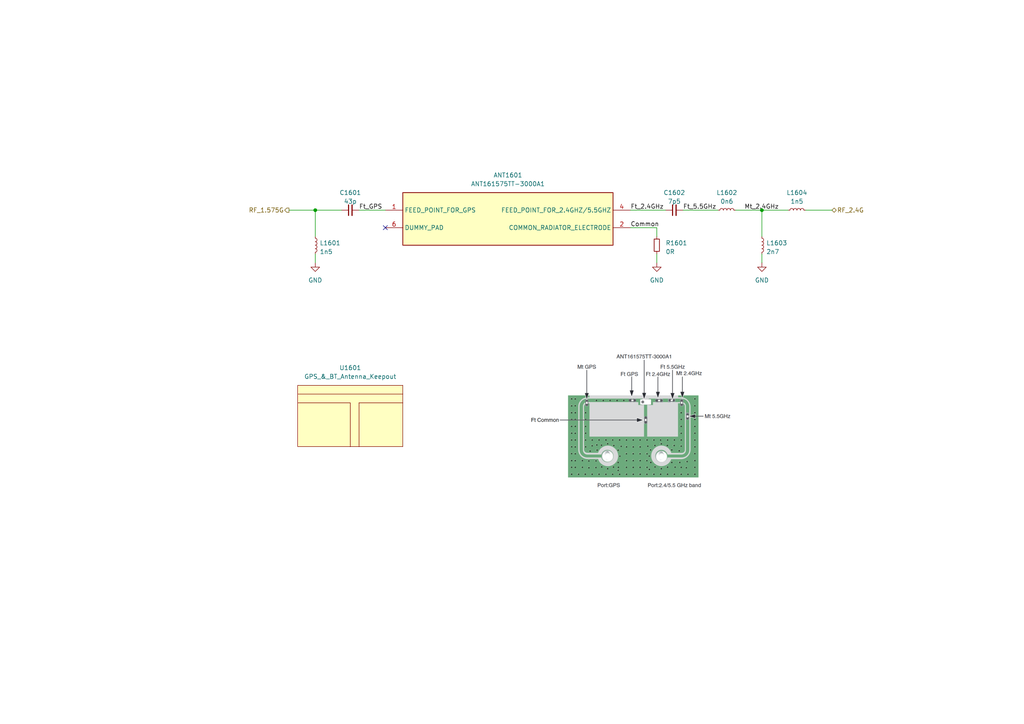
<source format=kicad_sch>
(kicad_sch (version 20230121) (generator eeschema)
  (paper "A4")
  (title_block (title "Watch Antenna") (date "2023-12-21") (rev "1") (comment 1 "Checked by Ben Smith on 21/12/23"))
  (lib_symbols
    (symbol "ANT161575TT-3000A1:ANT161575TT-3000A1"
      (property "Reference" "ANT" (at 0 12.7 0))
      (property "Value" "ANT161575TT-3000A1" (at 0 10.16 0))
      (symbol "ANT161575TT-3000A1_1_1"
        (rectangle (start -30.48 7.62) (end 30.48 -7.62) (stroke (width 0.254)) (fill (type background)))
        (pin passive line (at -35.56 2.54 0) (length 5.08) (name "FEED_POINT_FOR_GPS") (number "1"))
        (pin passive line (at 35.56 -2.54 180) (length 5.08) (name "COMMON_RADIATOR_ELECTRODE") (number "2"))
        (pin passive line (at 35.56 2.54 180) (length 5.08) (name "FEED_POINT_FOR_2.4GHZ/5.5GHZ") (number "4"))
        (pin passive line (at -35.56 -2.54 0) (length 5.08) (name "DUMMY_PAD") (number "6"))
      )
    )
    (symbol "Device:C_Small" (pin_numbers hide) (pin_names (offset 0.254) hide)
      (property "Reference" "C" (at 0.254 1.778 0))
      (property "Value" "C_Small" (at 0.254 -2.032 0))
      (symbol "C_Small_0_1"
        (polyline (pts (xy -1.524 -0.508) (xy 1.524 -0.508)) (stroke (width 0.3302)))
        (polyline (pts (xy -1.524 0.508) (xy 1.524 0.508)) (stroke (width 0.3048)))
      )
      (symbol "C_Small_1_1"
        (pin passive line (at 0 2.54 270) (length 2.032) (name "~") (number "1"))
        (pin passive line (at 0 -2.54 90) (length 2.032) (name "~") (number "2"))
      )
    )
    (symbol "Device:L_Small" (pin_numbers hide) (pin_names (offset 0.254) hide)
      (property "Reference" "L" (at 0.762 1.016 0))
      (property "Value" "L_Small" (at 0.762 -1.016 0))
      (symbol "L_Small_0_1"
        (arc (start 0 -2.032) (mid 0.5058 -1.524) (end 0 -1.016))
        (arc (start 0 -1.016) (mid 0.5058 -0.508) (end 0 0))
        (arc (start 0 0) (mid 0.5058 0.508) (end 0 1.016))
        (arc (start 0 1.016) (mid 0.5058 1.524) (end 0 2.032))
      )
      (symbol "L_Small_1_1"
        (pin passive line (at 0 2.54 270) (length 0.508) (name "~") (number "1"))
        (pin passive line (at 0 -2.54 90) (length 0.508) (name "~") (number "2"))
      )
    )
    (symbol "Device:R_Small" (pin_numbers hide) (pin_names (offset 0.254) hide)
      (property "Reference" "R" (at 0.762 0.508 0))
      (property "Value" "R_Small" (at 0.762 -1.016 0))
      (symbol "R_Small_0_1"
        (rectangle (start -0.762 1.778) (end 0.762 -1.778) (stroke (width 0.2032)))
      )
      (symbol "R_Small_1_1"
        (pin passive line (at 0 2.54 270) (length 0.762) (name "~") (number "1"))
        (pin passive line (at 0 -2.54 90) (length 0.762) (name "~") (number "2"))
      )
    )
    (symbol "power:GND" (power) (pin_names (offset 0))
      (property "Value" "GND" (at 0 -3.81 0))
      (symbol "GND_0_1"
        (polyline (pts (xy 0 0) (xy 0 -1.27) (xy 1.27 -1.27) (xy 0 -2.54) (xy -1.27 -1.27) (xy 0 -1.27)))
      )
      (symbol "GND_1_1"
        (pin power_in line (at 0 0 270) (length 0) hide (name "GND") (number "1"))
      )
    )
    (symbol "watch_symbols_lib:GPS_&_BT_Antenna_Keepout" (pin_numbers hide) (pin_names (offset 0) hide) (in_bom no)
      (property "Reference" "U" (at 0 12.7 0))
      (property "Value" "GPS_&_BT_Antenna_Keepout" (at 0 10.16 0))
      (symbol "GPS_&_BT_Antenna_Keepout_0_1"
        (polyline (pts (xy -15.24 5.08) (xy 15.24 5.08)))
        (polyline (pts (xy 2.54 -10.16) (xy 2.54 2.54)))
        (polyline (pts (xy 2.54 2.54) (xy 15.24 2.54)))
        (polyline (pts (xy -15.24 2.54) (xy 0 2.54) (xy 0 -10.16)))
      )
      (symbol "GPS_&_BT_Antenna_Keepout_1_1"
        (rectangle (start -15.24 7.62) (end 15.24 -10.16) (fill (type background)))
      )
    )
  )
  (junction (at 91.44 60.96))
  (junction (at 220.98 60.96))
  (no_connect (at 111.76 66.04))
  (wire (pts (xy 190.5 66.04) (xy 182.88 66.04)))
  (wire (pts (xy 220.98 60.96) (xy 228.6 60.96)))
  (wire (pts (xy 91.44 73.66) (xy 91.44 76.2)))
  (wire (pts (xy 241.3 60.96) (xy 233.68 60.96)))
  (wire (pts (xy 198.12 60.96) (xy 208.28 60.96)))
  (wire (pts (xy 104.14 60.96) (xy 111.76 60.96)))
  (wire (pts (xy 83.82 60.96) (xy 91.44 60.96)))
  (wire (pts (xy 220.98 73.66) (xy 220.98 76.2)))
  (wire (pts (xy 220.98 68.58) (xy 220.98 60.96)))
  (wire (pts (xy 91.44 68.58) (xy 91.44 60.96)))
  (wire (pts (xy 91.44 60.96) (xy 99.06 60.96)))
  (wire (pts (xy 213.36 60.96) (xy 220.98 60.96)))
  (wire (pts (xy 182.88 60.96) (xy 193.04 60.96)))
  (wire (pts (xy 190.5 66.04) (xy 190.5 68.58)))
  (wire (pts (xy 190.5 73.66) (xy 190.5 76.2)))
  (image (at 182.88 121.92) (scale 0.788203))
  (label "Common" (at 182.88 66.04 0))
  (label "Ft_2.4GHz" (at 182.88 60.96 0))
  (label "Ft_5.5GHz" (at 198.12 60.96 0))
  (label "Ft_GPS" (at 104.14 60.96 0))
  (label "Mt_2.4GHz" (at 215.9 60.96 0))
  (hierarchical_label "RF_2.4G" (shape bidirectional) (at 241.3 60.96 0))
  (hierarchical_label "RF_1.575G" (shape output) (at 83.82 60.96 180))
  (symbol (lib_id "power:GND") (at 190.5 76.2 0) (unit 1)
    (property "Reference" "#PWR01602" (effects hide))
    (property "Value" "GND" (at 190.5 81.28 0))
  )
  (symbol (lib_id "Device:L_Small") (at 210.82 60.96 90) (unit 1)
    (property "Reference" "L1602" (at 210.82 55.88 90))
    (property "Value" "0n6" (at 210.82 58.42 90))
    (property "Footprint" "Inductor_SMD:L_0402_1005Metric" (effects hide))
  )
  (symbol (lib_id "Device:L_Small") (at 220.98 71.12 0) (unit 1)
    (property "Reference" "L1603" (at 222.25 70.485 0) (effects (justify left)))
    (property "Value" "2n7" (at 222.25 73.025 0) (effects (justify left)))
    (property "Footprint" "Inductor_SMD:L_0402_1005Metric" (effects hide))
  )
  (symbol (lib_id "ANT161575TT-3000A1:ANT161575TT-3000A1") (at 147.32 63.5 0) (unit 1)
    (property "Reference" "ANT1601" (at 147.32 50.8 0))
    (property "Value" "ANT161575TT-3000A1" (at 147.32 53.34 0))
    (property "Footprint" "ANT161575TT3000A1" (effects hide))
    (property "Datasheet" "https://product.tdk.com/system/files/dam/doc/product/rf/rf/antenna/catalog/rf_ant_ant161575tt-3000a1_summary_en.pdf" (effects hide))
    (property "Height" "0.4" (effects hide))
    (property "Mouser Part Number" "810-ANT161575TT-30A1" (effects hide))
    (property "Mouser Price/Stock" "https://www.mouser.co.uk/ProductDetail/TDK/ANT161575TT-3000A1?qs=%2FQ2qp2Z%2FWFzXgfHtTXyT%2FQ%3D%3D" (effects hide))
    (property "Manufacturer_Name" "TDK" (effects hide))
    (property "Manufacturer_Part_Number" "ANT161575TT-3000A1" (effects hide))
  )
  (symbol (lib_id "Device:C_Small") (at 101.6 60.96 90) (unit 1)
    (property "Reference" "C1601" (at 101.6063 55.88 90))
    (property "Value" "43p" (at 101.6063 58.42 90))
    (property "Footprint" "Capacitor_SMD:C_0402_1005Metric" (effects hide))
  )
  (symbol (lib_id "Device:R_Small") (at 190.5 71.12 0) (unit 1)
    (property "Reference" "R1601" (at 193.04 70.485 0) (effects (justify left)))
    (property "Value" "0R" (at 193.04 73.025 0) (effects (justify left)))
    (property "Footprint" "Resistor_SMD:R_0402_1005Metric" (effects hide))
  )
  (symbol (lib_id "Device:C_Small") (at 195.58 60.96 90) (unit 1)
    (property "Reference" "C1602" (at 195.58 55.88 90))
    (property "Value" "7p5" (at 195.58 58.42 90))
    (property "Footprint" "Capacitor_SMD:C_0402_1005Metric" (effects hide))
  )
  (symbol (lib_id "Device:L_Small") (at 231.14 60.96 90) (unit 1)
    (property "Reference" "L1604" (at 231.14 55.88 90))
    (property "Value" "1n5" (at 231.14 58.42 90))
    (property "Footprint" "Inductor_SMD:L_0402_1005Metric" (effects hide))
  )
  (symbol (lib_id "watch_symbols_lib:GPS_&_BT_Antenna_Keepout") (at 101.6 119.38 0) (unit 1) (in_bom no)
    (property "Reference" "U1601" (at 101.6 106.68 0))
    (property "Value" "GPS_&_BT_Antenna_Keepout" (at 101.6 109.22 0))
    (property "Footprint" "watch_footprints:GPS & BT Antenna" (effects hide))
  )
  (symbol (lib_id "power:GND") (at 91.44 76.2 0) (unit 1)
    (property "Reference" "#PWR01601" (effects hide))
    (property "Value" "GND" (at 91.44 81.28 0))
  )
  (symbol (lib_id "Device:L_Small") (at 91.44 71.12 0) (unit 1)
    (property "Reference" "L1601" (at 92.71 70.485 0) (effects (justify left)))
    (property "Value" "1n5" (at 92.71 73.025 0) (effects (justify left)))
    (property "Footprint" "Inductor_SMD:L_0402_1005Metric" (effects hide))
  )
  (symbol (lib_id "power:GND") (at 220.98 76.2 0) (unit 1)
    (property "Reference" "#PWR01603" (effects hide))
    (property "Value" "GND" (at 220.98 81.28 0))
  )
)
</source>
